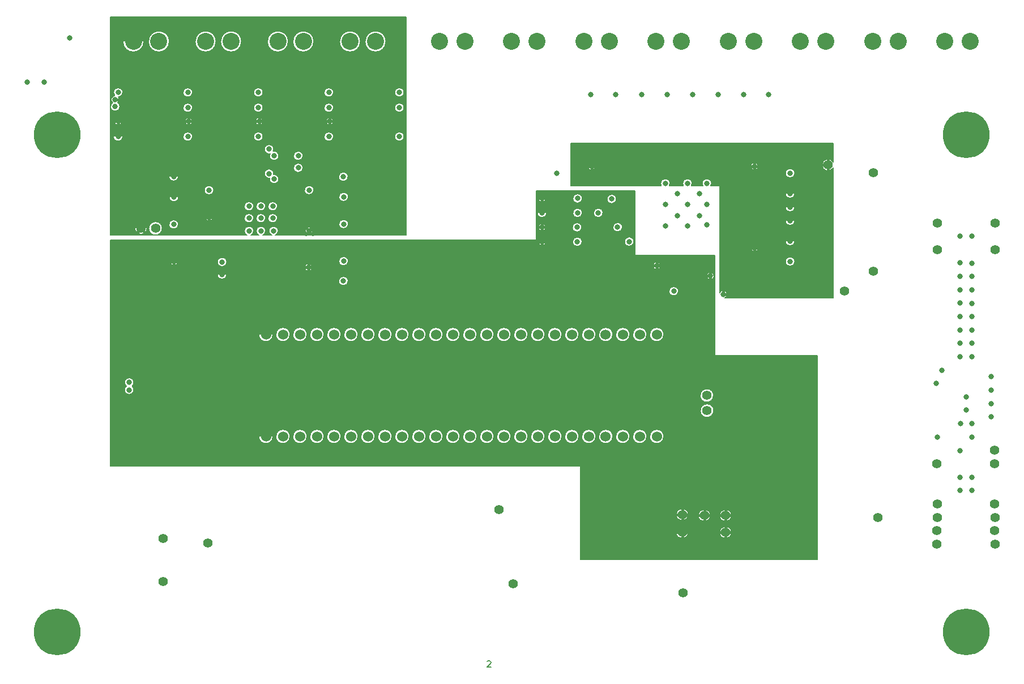
<source format=gbr>
%FSLAX23Y23*%
%MOIN*%
G04 EasyPC Gerber Version 17.0 Build 3379 *
%ADD10C,0.00500*%
%ADD22C,0.01500*%
%ADD70C,0.03200*%
%ADD19C,0.05600*%
%ADD13C,0.06000*%
%ADD76C,0.10000*%
%ADD12C,0.27500*%
X0Y0D02*
D02*
D10*
X593Y3898D02*
Y2613D01*
X1396*
G75*
G02X1380Y2638I11J25*
G01*
G75*
G02X1435I28*
G01*
G75*
G02X1419Y2613I-28*
G01*
X1466*
G75*
G02X1450Y2638I11J25*
G01*
G75*
G02X1505I28*
G01*
G75*
G02X1489Y2613I-28*
G01*
X1541*
G75*
G02X1525Y2638I11J25*
G01*
G75*
G02X1580I28*
G01*
G75*
G02X1564Y2613I-28*
G01*
X2333*
Y3898*
X593*
X606Y3393D02*
G75*
G02X617Y3435I14J19D01*
G01*
G75*
G02X610Y3453I21J18*
G01*
G75*
G02X665I28*
G01*
G75*
G02X640Y3426I-28*
G01*
G75*
G02X635Y3393I-19J-14*
G01*
G75*
G02X648Y3370I-14J-24*
G01*
G75*
G02X593I-28*
G01*
G75*
G02X606Y3393I28*
G01*
X610Y3193D02*
G75*
G02X665I28D01*
G01*
G75*
G02X610I-28*
G01*
X614Y3283D02*
G75*
G02X661I23D01*
G01*
G75*
G02X614I-23*
G01*
X666Y3753D02*
G75*
G02X789I62D01*
G01*
G75*
G02X666I-62*
G01*
X737Y2653D02*
G75*
G02X808I36D01*
G01*
G75*
G02X737I-36*
G01*
X816Y3753D02*
G75*
G02X939I62D01*
G01*
G75*
G02X816I-62*
G01*
X818Y2653D02*
G75*
G02X897I40D01*
G01*
G75*
G02X818I-40*
G01*
X937Y2676D02*
G75*
G02X992I28D01*
G01*
G75*
G02X937I-28*
G01*
Y2958D02*
G75*
G02X992I28D01*
G01*
G75*
G02X937I-28*
G01*
X939Y2837D02*
G75*
G02X994I28D01*
G01*
G75*
G02X939I-28*
G01*
X1020Y3193D02*
G75*
G02X1075I28D01*
G01*
G75*
G02X1020I-28*
G01*
Y3363D02*
G75*
G02X1075I28D01*
G01*
G75*
G02X1020I-28*
G01*
Y3453D02*
G75*
G02X1075I28D01*
G01*
G75*
G02X1020I-28*
G01*
X1029Y3283D02*
G75*
G02X1076I23D01*
G01*
G75*
G02X1029I-23*
G01*
X1091Y3753D02*
G75*
G02X1214I62D01*
G01*
G75*
G02X1091I-62*
G01*
X1145Y2878D02*
G75*
G02X1200I28D01*
G01*
G75*
G02X1145I-28*
G01*
X1149Y2718D02*
G75*
G02X1196I23D01*
G01*
G75*
G02X1149I-23*
G01*
X1241Y3753D02*
G75*
G02X1364I62D01*
G01*
G75*
G02X1241I-62*
G01*
X1380Y2713D02*
G75*
G02X1435I28D01*
G01*
G75*
G02X1380I-28*
G01*
Y2783D02*
G75*
G02X1435I28D01*
G01*
G75*
G02X1380I-28*
G01*
X1435Y3193D02*
G75*
G02X1490I28D01*
G01*
G75*
G02X1435I-28*
G01*
Y3363D02*
G75*
G02X1490I28D01*
G01*
G75*
G02X1435I-28*
G01*
Y3453D02*
G75*
G02X1490I28D01*
G01*
G75*
G02X1435I-28*
G01*
X1444Y3283D02*
G75*
G02X1491I23D01*
G01*
G75*
G02X1444I-23*
G01*
X1450Y2713D02*
G75*
G02X1505I28D01*
G01*
G75*
G02X1450I-28*
G01*
Y2783D02*
G75*
G02X1505I28D01*
G01*
G75*
G02X1450I-28*
G01*
X1516Y3753D02*
G75*
G02X1639I62D01*
G01*
G75*
G02X1516I-62*
G01*
X1520Y2713D02*
G75*
G02X1575I28D01*
G01*
G75*
G02X1520I-28*
G01*
Y2783D02*
G75*
G02X1575I28D01*
G01*
G75*
G02X1520I-28*
G01*
X1530Y2948D02*
G75*
G02X1498Y2975I-4J27D01*
G01*
G75*
G02X1553I28*
G01*
G75*
G02X1552Y2970I-27J0*
G01*
G75*
G02X1584Y2943I4J-27*
G01*
G75*
G02X1529I-28*
G01*
G75*
G02X1530Y2948I27J0*
G01*
X1532Y3092D02*
G75*
G02X1498Y3119I-6J27D01*
G01*
G75*
G02X1553I28*
G01*
G75*
G02X1550Y3107I-28J0*
G01*
G75*
G02X1584Y3080I6J-27*
G01*
G75*
G02X1529I-28*
G01*
G75*
G02X1532Y3092I28J0*
G01*
X1666Y3753D02*
G75*
G02X1789I62D01*
G01*
G75*
G02X1666I-62*
G01*
X1670Y3009D02*
G75*
G02X1725I28D01*
G01*
G75*
G02X1670I-28*
G01*
Y3080D02*
G75*
G02X1725I28D01*
G01*
G75*
G02X1670I-28*
G01*
X1734Y2878D02*
G75*
G02X1789I28D01*
G01*
G75*
G02X1734I-28*
G01*
X1738Y2638D02*
G75*
G02X1785I23D01*
G01*
G75*
G02X1738I-23*
G01*
X1850Y3193D02*
G75*
G02X1905I28D01*
G01*
G75*
G02X1850I-28*
G01*
Y3363D02*
G75*
G02X1905I28D01*
G01*
G75*
G02X1850I-28*
G01*
Y3453D02*
G75*
G02X1905I28D01*
G01*
G75*
G02X1850I-28*
G01*
X1859Y3283D02*
G75*
G02X1906I23D01*
G01*
G75*
G02X1859I-23*
G01*
X1936Y2957D02*
G75*
G02X1991I28D01*
G01*
G75*
G02X1936I-28*
G01*
X1937Y2678D02*
G75*
G02X1992I28D01*
G01*
G75*
G02X1937I-28*
G01*
Y2838D02*
G75*
G02X1992I28D01*
G01*
G75*
G02X1937I-28*
G01*
X1941Y3753D02*
G75*
G02X2064I62D01*
G01*
G75*
G02X1941I-62*
G01*
X2091D02*
G75*
G02X2214I62D01*
G01*
G75*
G02X2091I-62*
G01*
X2265Y3193D02*
G75*
G02X2320I28D01*
G01*
G75*
G02X2265I-28*
G01*
Y3363D02*
G75*
G02X2320I28D01*
G01*
G75*
G02X2265I-28*
G01*
Y3453D02*
G75*
G02X2320I28D01*
G01*
G75*
G02X2265I-28*
G01*
X593Y3411D02*
G36*
Y3363D01*
X594*
G75*
G02X593Y3370I27J6*
G01*
G75*
G02X606Y3393I28*
G01*
G75*
G02X597Y3411I14J19*
G01*
X593*
G37*
X597D02*
G36*
G75*
G02X617Y3435I23J1D01*
G01*
G75*
G02X610Y3453I21J18*
G01*
X593*
Y3411*
X597*
G37*
X644D02*
G36*
G75*
G02X635Y3393I-23J1D01*
G01*
G75*
G02X648Y3370I-14J-24*
G01*
G75*
G02X647Y3363I-28*
G01*
X1020*
G75*
G02X1075I28*
G01*
X1435*
G75*
G02X1490I28*
G01*
X1850*
G75*
G02X1905I28*
G01*
X2265*
G75*
G02X2320I28*
G01*
X2333*
Y3411*
X644*
G37*
X2333D02*
G36*
Y3453D01*
X2320*
G75*
G02X2265I-28*
G01*
X1905*
G75*
G02X1850I-28*
G01*
X1490*
G75*
G02X1435I-28*
G01*
X1075*
G75*
G02X1020I-28*
G01*
X665*
G75*
G02X640Y3426I-28*
G01*
G75*
G02X644Y3411I-19J-14*
G01*
X2333*
G37*
X593Y3193D02*
G36*
Y3099D01*
X1506*
G75*
G02X1498Y3119I20J19*
G01*
G75*
G02X1553I28*
G01*
G75*
G02X1550Y3107I-28J0*
G01*
G75*
G02X1576Y3099I6J-27*
G01*
X1678*
G75*
G02X1717I20J-19*
G01*
X2333*
Y3193*
X2320*
G75*
G02X2265I-28*
G01*
X1905*
G75*
G02X1850I-28*
G01*
X1490*
G75*
G02X1435I-28*
G01*
X1075*
G75*
G02X1020I-28*
G01*
X665*
G75*
G02X610I-28*
G01*
X593*
G37*
X610D02*
G36*
G75*
G02X665I28D01*
G01*
X1020*
G75*
G02X1075I28*
G01*
X1435*
G75*
G02X1490I28*
G01*
X1850*
G75*
G02X1905I28*
G01*
X2265*
G75*
G02X2320I28*
G01*
X2333*
Y3283*
X1906*
G75*
G02X1859I-23*
G01*
X1491*
G75*
G02X1444Y3283I-23J-1*
G01*
X1076Y3283*
G75*
G02X1029Y3283I-23J-1*
G01*
X661Y3283*
G75*
G02X614I-23*
G01*
X593*
Y3193*
X610*
G37*
X614Y3283D02*
G36*
G75*
G02X661I23D01*
G01*
X1029*
G75*
G02X1076I23J-1*
G01*
X1444*
G75*
G02X1491I23J-1*
G01*
X1859*
G75*
G02X1906I23*
G01*
X2333*
Y3363*
X2320*
G75*
G02X2265I-28*
G01*
X1905*
G75*
G02X1850I-28*
G01*
X1490*
G75*
G02X1435I-28*
G01*
X1075*
G75*
G02X1020I-28*
G01*
X647*
G75*
G02X594I-27J6*
G01*
X593*
Y3283*
X614*
G37*
X593Y3753D02*
G36*
Y3453D01*
X610*
G75*
G02X665I28*
G01*
X1020*
G75*
G02X1075I28*
G01*
X1435*
G75*
G02X1490I28*
G01*
X1850*
G75*
G02X1905I28*
G01*
X2265*
G75*
G02X2320I28*
G01*
X2333*
Y3753*
X2214*
G75*
G02X2091I-62*
G01*
X2064*
G75*
G02X1941I-62*
G01*
X1789*
G75*
G02X1666I-62*
G01*
X1639*
G75*
G02X1516I-62*
G01*
X1364*
G75*
G02X1241I-62*
G01*
X1214*
G75*
G02X1091I-62*
G01*
X939*
G75*
G02X816I-62*
G01*
X789*
G75*
G02X666I-62*
G01*
X593*
G37*
X666D02*
G36*
G75*
G02X789I62D01*
G01*
X816*
G75*
G02X939I62*
G01*
X1091*
G75*
G02X1214I62*
G01*
X1241*
G75*
G02X1364I62*
G01*
X1516*
G75*
G02X1639I62*
G01*
X1666*
G75*
G02X1789I62*
G01*
X1941*
G75*
G02X2064I62*
G01*
X2091*
G75*
G02X2214I62*
G01*
X2333*
Y3898*
X593*
Y3753*
X666*
G37*
X593Y2653D02*
G36*
Y2613D01*
X1396*
G75*
G02X1380Y2638I11J25*
G01*
G75*
G02X1384Y2653I28J0*
G01*
X980*
G75*
G02X950I-15J23*
G01*
X897*
G75*
G02X818I-40*
G01*
X808*
G75*
G02X737I-36*
G01*
X593*
G37*
X737D02*
G36*
G75*
G02X808I36D01*
G01*
X818*
G75*
G02X897I40*
G01*
X950*
G75*
G02X937Y2676I15J23*
G01*
G75*
G02X992I28*
G01*
G75*
G02X980Y2653I-28*
G01*
X1384*
G75*
G02X1435Y2638I23J-15*
G01*
G75*
G02X1419Y2613I-28*
G01*
X1466*
G75*
G02X1450Y2638I11J25*
G01*
G75*
G02X1505I28*
G01*
G75*
G02X1489Y2613I-28*
G01*
X1541*
G75*
G02X1525Y2638I11J25*
G01*
G75*
G02X1576Y2653I28*
G01*
X1743*
G75*
G02X1780I19J-14*
G01*
X1955*
G75*
G02X1937Y2678I10J26*
G01*
G75*
G02X1992I28*
G01*
G75*
G02X1975Y2653I-28*
G01*
X2333*
Y2718*
X1575*
G75*
G02X1575Y2713I-27J-5*
G01*
G75*
G02X1520I-28*
G01*
G75*
G02X1520Y2718I28J0*
G01*
X1505*
G75*
G02X1505Y2713I-27J-5*
G01*
G75*
G02X1450I-28*
G01*
G75*
G02X1450Y2718I28J0*
G01*
X1435*
G75*
G02X1435Y2713I-27J-5*
G01*
G75*
G02X1380I-28*
G01*
G75*
G02X1380Y2718I28J0*
G01*
X1196*
G75*
G02X1149I-23*
G01*
X593*
Y2653*
X737*
G37*
X1576D02*
G36*
G75*
G02X1580Y2638I-23J-15D01*
G01*
G75*
G02X1564Y2613I-28*
G01*
X2333*
Y2653*
X1975*
G75*
G02X1955I-10J26*
G01*
X1780*
G75*
G02X1785Y2638I-19J-14*
G01*
G75*
G02X1738I-23*
G01*
G75*
G02X1743Y2653I23*
G01*
X1576*
G37*
X593Y2958D02*
G36*
Y2878D01*
X1145*
G75*
G02X1200I28*
G01*
X1734*
Y2878*
G75*
G02X1789I28*
G01*
Y2878*
X2333*
Y2958*
X1991*
G75*
G02X1991Y2957I-27J-1*
G01*
G75*
G02X1936I-28*
G01*
G75*
G02X1936Y2958I27J0*
G01*
X1580*
G75*
G02X1584Y2943I-23J-15*
G01*
G75*
G02X1529I-28*
G01*
G75*
G02X1530Y2948I27J0*
G01*
G75*
G02X1504Y2958I-4J27*
G01*
X992*
G75*
G02X937I-28*
G01*
X593*
G37*
X937D02*
G36*
G75*
G02X992I28D01*
G01*
X1504*
G75*
G02X1498Y2975I21J17*
G01*
G75*
G02X1553I28*
G01*
G75*
G02X1552Y2970I-27J0*
G01*
G75*
G02X1580Y2958I4J-27*
G01*
X1936*
G75*
G02X1991I27J-1*
G01*
X2333*
Y3009*
X1725*
G75*
G02X1670I-28*
G01*
X593*
Y2958*
X937*
G37*
X593Y2837D02*
G36*
Y2783D01*
X1380*
G75*
G02X1435I28*
G01*
X1450*
G75*
G02X1505I28*
G01*
X1520*
G75*
G02X1575I28*
G01*
X2333*
Y2837*
X1992*
G75*
G02X1937I-27J1*
G01*
X994*
G75*
G02X939I-28*
G01*
X593*
G37*
X939D02*
G36*
G75*
G02X994I28D01*
G01*
X1937*
G75*
G02X1937Y2838I27J1*
G01*
G75*
G02X1992I28*
G01*
G75*
G02X1992Y2837I-28J0*
G01*
X2333*
Y2878*
X1789*
G75*
G02X1734I-28J0*
G01*
X1200*
G75*
G02X1145I-28*
G01*
X593*
Y2837*
X939*
G37*
X1149Y2718D02*
G36*
G75*
G02X1196I23D01*
G01*
X1380*
G75*
G02X1435I27J-5*
G01*
X1450*
G75*
G02X1505I27J-5*
G01*
X1520*
G75*
G02X1575I27J-5*
G01*
X2333*
Y2783*
X1575*
G75*
G02X1520I-28*
G01*
X1505*
G75*
G02X1450I-28*
G01*
X1435*
G75*
G02X1380I-28*
G01*
X593*
Y2718*
X1149*
G37*
X593Y3099D02*
G36*
Y3009D01*
X1670*
G75*
G02X1725I28*
G01*
X2333*
Y3099*
X1717*
G75*
G02X1725Y3080I-20J-19*
G01*
G75*
G02X1670I-28*
G01*
G75*
G02X1678Y3099I28*
G01*
X1576*
G75*
G02X1584Y3080I-20J-19*
G01*
G75*
G02X1529I-28*
G01*
G75*
G02X1532Y3092I28J0*
G01*
G75*
G02X1506Y3099I-6J27*
G01*
X593*
G37*
X2833Y69D02*
X2808D01*
X2830Y91*
X2833Y97*
X2830Y104*
X2824Y107*
X2815*
X2808Y104*
X3358Y703D02*
X4753D01*
Y1903*
X4148*
Y2493*
X3678*
Y2875*
X3099*
Y2583*
X593*
Y1253*
X3358*
Y703*
X686Y1724D02*
G75*
G02X675Y1746I17J22D01*
G01*
G75*
G02X730I28*
G01*
G75*
G02X720Y1724I-28J0*
G01*
G75*
G02X730Y1702I-17J-22*
G01*
G75*
G02X675I-28*
G01*
G75*
G02X686Y1724I28*
G01*
X943Y2457D02*
G75*
G02X990I23D01*
G01*
G75*
G02X943I-23*
G01*
X1222Y2381D02*
G75*
G02X1277I28D01*
G01*
G75*
G02X1222I-28*
G01*
Y2455D02*
G75*
G02X1277I28D01*
G01*
G75*
G02X1222I-28*
G01*
X1466Y1428D02*
G75*
G02X1549I42D01*
G01*
G75*
G02X1466I-42*
G01*
Y2028D02*
G75*
G02X1549I42D01*
G01*
G75*
G02X1466I-42*
G01*
X1566Y1428D02*
G75*
G02X1649I42D01*
G01*
G75*
G02X1566I-42*
G01*
Y2028D02*
G75*
G02X1649I42D01*
G01*
G75*
G02X1566I-42*
G01*
X1666Y1428D02*
G75*
G02X1749I42D01*
G01*
G75*
G02X1666I-42*
G01*
Y2028D02*
G75*
G02X1749I42D01*
G01*
G75*
G02X1666I-42*
G01*
X1734Y2423D02*
G75*
G02X1781I23D01*
G01*
G75*
G02X1734I-23*
G01*
X1766Y1428D02*
G75*
G02X1849I42D01*
G01*
G75*
G02X1766I-42*
G01*
Y2028D02*
G75*
G02X1849I42D01*
G01*
G75*
G02X1766I-42*
G01*
X1866Y1428D02*
G75*
G02X1949I42D01*
G01*
G75*
G02X1866I-42*
G01*
Y2028D02*
G75*
G02X1949I42D01*
G01*
G75*
G02X1866I-42*
G01*
X1936Y2343D02*
G75*
G02X1991I28D01*
G01*
G75*
G02X1936I-28*
G01*
X1937Y2460D02*
G75*
G02X1992I28D01*
G01*
G75*
G02X1937I-28*
G01*
X1966Y1428D02*
G75*
G02X2049I42D01*
G01*
G75*
G02X1966I-42*
G01*
Y2028D02*
G75*
G02X2049I42D01*
G01*
G75*
G02X1966I-42*
G01*
X2066Y1428D02*
G75*
G02X2149I42D01*
G01*
G75*
G02X2066I-42*
G01*
Y2028D02*
G75*
G02X2149I42D01*
G01*
G75*
G02X2066I-42*
G01*
X2166Y1428D02*
G75*
G02X2249I42D01*
G01*
G75*
G02X2166I-42*
G01*
Y2028D02*
G75*
G02X2249I42D01*
G01*
G75*
G02X2166I-42*
G01*
X2266Y1428D02*
G75*
G02X2349I42D01*
G01*
G75*
G02X2266I-42*
G01*
Y2028D02*
G75*
G02X2349I42D01*
G01*
G75*
G02X2266I-42*
G01*
X2366Y1428D02*
G75*
G02X2449I42D01*
G01*
G75*
G02X2366I-42*
G01*
Y2028D02*
G75*
G02X2449I42D01*
G01*
G75*
G02X2366I-42*
G01*
X2466Y1428D02*
G75*
G02X2549I42D01*
G01*
G75*
G02X2466I-42*
G01*
Y2028D02*
G75*
G02X2549I42D01*
G01*
G75*
G02X2466I-42*
G01*
X2566Y1428D02*
G75*
G02X2649I42D01*
G01*
G75*
G02X2566I-42*
G01*
Y2028D02*
G75*
G02X2649I42D01*
G01*
G75*
G02X2566I-42*
G01*
X2666Y1428D02*
G75*
G02X2749I42D01*
G01*
G75*
G02X2666I-42*
G01*
Y2028D02*
G75*
G02X2749I42D01*
G01*
G75*
G02X2666I-42*
G01*
X2766Y1428D02*
G75*
G02X2849I42D01*
G01*
G75*
G02X2766I-42*
G01*
Y2028D02*
G75*
G02X2849I42D01*
G01*
G75*
G02X2766I-42*
G01*
X2866Y1428D02*
G75*
G02X2949I42D01*
G01*
G75*
G02X2866I-42*
G01*
Y2028D02*
G75*
G02X2949I42D01*
G01*
G75*
G02X2866I-42*
G01*
X2966Y1428D02*
G75*
G02X3049I42D01*
G01*
G75*
G02X2966I-42*
G01*
Y2028D02*
G75*
G02X3049I42D01*
G01*
G75*
G02X2966I-42*
G01*
X3066Y1428D02*
G75*
G02X3149I42D01*
G01*
G75*
G02X3066I-42*
G01*
Y2028D02*
G75*
G02X3149I42D01*
G01*
G75*
G02X3066I-42*
G01*
X3105Y2744D02*
G75*
G02X3160I28D01*
G01*
G75*
G02X3105I-28*
G01*
X3109Y2574D02*
G75*
G02X3156I23D01*
G01*
G75*
G02X3109I-23*
G01*
Y2659D02*
G75*
G02X3156I23D01*
G01*
G75*
G02X3109I-23*
G01*
X3109Y2829D02*
G75*
G02X3156I23D01*
G01*
G75*
G02X3109I-23*
G01*
X3166Y1428D02*
G75*
G02X3249I42D01*
G01*
G75*
G02X3166I-42*
G01*
Y2028D02*
G75*
G02X3249I42D01*
G01*
G75*
G02X3166I-42*
G01*
X3266Y1428D02*
G75*
G02X3349I42D01*
G01*
G75*
G02X3266I-42*
G01*
Y2028D02*
G75*
G02X3349I42D01*
G01*
G75*
G02X3266I-42*
G01*
X3311Y2659D02*
G75*
G02X3366I28D01*
G01*
G75*
G02X3311I-28*
G01*
X3313Y2574D02*
G75*
G02X3368I28D01*
G01*
G75*
G02X3313I-28*
G01*
X3314Y2744D02*
G75*
G02X3369I28D01*
G01*
G75*
G02X3314I-28*
G01*
Y2829D02*
G75*
G02X3369I28D01*
G01*
G75*
G02X3314I-28*
G01*
X3366Y1428D02*
G75*
G02X3449I42D01*
G01*
G75*
G02X3366I-42*
G01*
Y2028D02*
G75*
G02X3449I42D01*
G01*
G75*
G02X3366I-42*
G01*
X3436Y2744D02*
G75*
G02X3491I28D01*
G01*
G75*
G02X3436I-28*
G01*
X3466Y1428D02*
G75*
G02X3549I42D01*
G01*
G75*
G02X3466I-42*
G01*
Y2028D02*
G75*
G02X3549I42D01*
G01*
G75*
G02X3466I-42*
G01*
X3515Y2826D02*
G75*
G02X3570I28D01*
G01*
G75*
G02X3515I-28*
G01*
X3550Y2660D02*
G75*
G02X3605I28D01*
G01*
G75*
G02X3550I-28*
G01*
X3566Y1428D02*
G75*
G02X3649I42D01*
G01*
G75*
G02X3566I-42*
G01*
Y2028D02*
G75*
G02X3649I42D01*
G01*
G75*
G02X3566I-42*
G01*
X3618Y2575D02*
G75*
G02X3673I28D01*
G01*
G75*
G02X3618I-28*
G01*
X3666Y1428D02*
G75*
G02X3749I42D01*
G01*
G75*
G02X3666I-42*
G01*
Y2028D02*
G75*
G02X3749I42D01*
G01*
G75*
G02X3666I-42*
G01*
X3766Y1428D02*
G75*
G02X3849I42D01*
G01*
G75*
G02X3766I-42*
G01*
Y2028D02*
G75*
G02X3849I42D01*
G01*
G75*
G02X3766I-42*
G01*
X3784Y2433D02*
G75*
G02X3831I23D01*
G01*
G75*
G02X3784I-23*
G01*
X3880Y2283D02*
G75*
G02X3935I28D01*
G01*
G75*
G02X3880I-28*
G01*
X3922Y863D02*
G75*
G02X3993I36D01*
G01*
G75*
G02X3922I-36*
G01*
Y968D02*
G75*
G02X3993I36D01*
G01*
G75*
G02X3922I-36*
G01*
X4052Y963D02*
G75*
G02X4123I36D01*
G01*
G75*
G02X4052I-36*
G01*
X4063Y1669D02*
G75*
G02X4142I40D01*
G01*
G75*
G02X4063I-40*
G01*
X4064Y1580D02*
G75*
G02X4143I40D01*
G01*
G75*
G02X4064I-40*
G01*
X4099Y2373D02*
G75*
G02X4146I23D01*
G01*
G75*
G02X4099I-23*
G01*
X4177Y863D02*
G75*
G02X4248I36D01*
G01*
G75*
G02X4177I-36*
G01*
Y963D02*
G75*
G02X4248I36D01*
G01*
G75*
G02X4177I-36*
G01*
X593Y1724D02*
G36*
Y1669D01*
X4063*
G75*
G02X4142I40*
G01*
X4753*
Y1724*
X720Y1724*
G75*
G02X730Y1702I-17J-22*
G01*
G75*
G02X675I-28*
G01*
G75*
G02X686Y1724I28*
G01*
X593Y1724*
G37*
X686Y1724D02*
G36*
G75*
G02X675Y1746I17J22D01*
G01*
G75*
G02X730I28*
G01*
G75*
G02X720Y1724I-28J0*
G01*
X4753Y1724*
Y1903*
X4148*
Y2028*
X3849*
G75*
G02X3766I-42*
G01*
X3749*
G75*
G02X3666I-42*
G01*
X3649*
G75*
G02X3566I-42*
G01*
X3549*
G75*
G02X3466I-42*
G01*
X3449*
G75*
G02X3366I-42*
G01*
X3349*
G75*
G02X3266I-42*
G01*
X3249*
G75*
G02X3166I-42*
G01*
X3149*
G75*
G02X3066I-42*
G01*
X3049*
G75*
G02X2966I-42*
G01*
X2949*
G75*
G02X2866I-42*
G01*
X2849*
G75*
G02X2766I-42*
G01*
X2749*
G75*
G02X2666I-42*
G01*
X2649*
G75*
G02X2566I-42*
G01*
X2549*
G75*
G02X2466I-42*
G01*
X2449*
G75*
G02X2366I-42*
G01*
X2349*
G75*
G02X2266I-42*
G01*
X2249*
G75*
G02X2166I-42*
G01*
X2149*
G75*
G02X2066I-42*
G01*
X2049*
G75*
G02X1966I-42*
G01*
X1949*
G75*
G02X1866I-42*
G01*
X1849*
G75*
G02X1766I-42*
G01*
X1749*
G75*
G02X1666I-42*
G01*
X1649*
G75*
G02X1566I-42*
G01*
X1549*
G75*
G02X1466I-42*
G01*
X593*
Y1724*
X686Y1724*
G37*
X593Y2457D02*
G36*
Y2423D01*
X1734*
G75*
G02X1781I23*
G01*
X3786*
G75*
G02X3784Y2433I21J10*
G01*
G75*
G02X3831I23*
G01*
G75*
G02X3829Y2423I-23J0*
G01*
X4148*
Y2457*
X1992*
G75*
G02X1937I-27J2*
G01*
X1277*
G75*
G02X1277Y2455I-27J-3*
G01*
G75*
G02X1222I-28*
G01*
G75*
G02X1222Y2457I28J0*
G01*
X990*
G75*
G02X943I-23*
G01*
X593*
G37*
X943D02*
G36*
G75*
G02X990I23D01*
G01*
X1222*
G75*
G02X1277I27J-2*
G01*
X1937*
G75*
G02X1937Y2460I27J3*
G01*
G75*
G02X1992I28*
G01*
G75*
G02X1992Y2457I-28J0*
G01*
X4148*
Y2493*
X3678*
Y2574*
X3673*
G75*
G02X3618I-28J0*
G01*
X3368*
G75*
G02X3313I-28*
G01*
X3156*
G75*
G02X3109I-23*
G01*
X593*
Y2457*
X943*
G37*
X593Y2381D02*
G36*
Y2343D01*
X1936*
G75*
G02X1991I28*
G01*
X4148*
Y2381*
X4144*
G75*
G02X4146Y2373I-22J-9*
G01*
G75*
G02X4099I-23*
G01*
G75*
G02X4101Y2381I23*
G01*
X1277*
G75*
G02X1222I-28*
G01*
X593*
G37*
X1222D02*
G36*
G75*
G02X1277I28D01*
G01*
X4101*
G75*
G02X4144I22J-9*
G01*
X4148*
Y2423*
X3829*
G75*
G02X3786I-21J10*
G01*
X1781*
G75*
G02X1734I-23*
G01*
X593*
Y2381*
X1222*
G37*
X593Y1428D02*
G36*
Y1253D01*
X3358*
Y968*
X3922*
G75*
G02X3993I36*
G01*
X4052*
G75*
G02X4123I35J-5*
G01*
X4177*
G75*
G02X4248I35J-5*
G01*
X4753*
Y1428*
X3849*
G75*
G02X3766I-42*
G01*
X3749*
G75*
G02X3666I-42*
G01*
X3649*
G75*
G02X3566I-42*
G01*
X3549*
G75*
G02X3466I-42*
G01*
X3449*
G75*
G02X3366I-42*
G01*
X3349*
G75*
G02X3266I-42*
G01*
X3249*
G75*
G02X3166I-42*
G01*
X3149*
G75*
G02X3066I-42*
G01*
X3049*
G75*
G02X2966I-42*
G01*
X2949*
G75*
G02X2866I-42*
G01*
X2849*
G75*
G02X2766I-42*
G01*
X2749*
G75*
G02X2666I-42*
G01*
X2649*
G75*
G02X2566I-42*
G01*
X2549*
G75*
G02X2466I-42*
G01*
X2449*
G75*
G02X2366I-42*
G01*
X2349*
G75*
G02X2266I-42*
G01*
X2249*
G75*
G02X2166I-42*
G01*
X2149*
G75*
G02X2066I-42*
G01*
X2049*
G75*
G02X1966I-42*
G01*
X1949*
G75*
G02X1866I-42*
G01*
X1849*
G75*
G02X1766I-42*
G01*
X1749*
G75*
G02X1666I-42*
G01*
X1649*
G75*
G02X1566I-42*
G01*
X1549*
G75*
G02X1466I-42*
G01*
X593*
G37*
X1466D02*
G36*
G75*
G02X1549I42D01*
G01*
X1566*
G75*
G02X1649I42*
G01*
X1666*
G75*
G02X1749I42*
G01*
X1766*
G75*
G02X1849I42*
G01*
X1866*
G75*
G02X1949I42*
G01*
X1966*
G75*
G02X2049I42*
G01*
X2066*
G75*
G02X2149I42*
G01*
X2166*
G75*
G02X2249I42*
G01*
X2266*
G75*
G02X2349I42*
G01*
X2366*
G75*
G02X2449I42*
G01*
X2466*
G75*
G02X2549I42*
G01*
X2566*
G75*
G02X2649I42*
G01*
X2666*
G75*
G02X2749I42*
G01*
X2766*
G75*
G02X2849I42*
G01*
X2866*
G75*
G02X2949I42*
G01*
X2966*
G75*
G02X3049I42*
G01*
X3066*
G75*
G02X3149I42*
G01*
X3166*
G75*
G02X3249I42*
G01*
X3266*
G75*
G02X3349I42*
G01*
X3366*
G75*
G02X3449I42*
G01*
X3466*
G75*
G02X3549I42*
G01*
X3566*
G75*
G02X3649I42*
G01*
X3666*
G75*
G02X3749I42*
G01*
X3766*
G75*
G02X3849I42*
G01*
X4753*
Y1580*
X4143*
G75*
G02X4064I-40*
G01*
X593*
Y1428*
X1466*
G37*
Y2028D02*
G36*
G75*
G02X1549I42D01*
G01*
X1566*
G75*
G02X1649I42*
G01*
X1666*
G75*
G02X1749I42*
G01*
X1766*
G75*
G02X1849I42*
G01*
X1866*
G75*
G02X1949I42*
G01*
X1966*
G75*
G02X2049I42*
G01*
X2066*
G75*
G02X2149I42*
G01*
X2166*
G75*
G02X2249I42*
G01*
X2266*
G75*
G02X2349I42*
G01*
X2366*
G75*
G02X2449I42*
G01*
X2466*
G75*
G02X2549I42*
G01*
X2566*
G75*
G02X2649I42*
G01*
X2666*
G75*
G02X2749I42*
G01*
X2766*
G75*
G02X2849I42*
G01*
X2866*
G75*
G02X2949I42*
G01*
X2966*
G75*
G02X3049I42*
G01*
X3066*
G75*
G02X3149I42*
G01*
X3166*
G75*
G02X3249I42*
G01*
X3266*
G75*
G02X3349I42*
G01*
X3366*
G75*
G02X3449I42*
G01*
X3466*
G75*
G02X3549I42*
G01*
X3566*
G75*
G02X3649I42*
G01*
X3666*
G75*
G02X3749I42*
G01*
X3766*
G75*
G02X3849I42*
G01*
X4148*
Y2283*
X3935*
G75*
G02X3880I-28*
G01*
X593*
Y2028*
X1466*
G37*
X593Y2343D02*
G36*
Y2283D01*
X3880*
G75*
G02X3935I28*
G01*
X4148*
Y2343*
X1991*
G75*
G02X1936I-28*
G01*
X593*
G37*
X3099Y2744D02*
G36*
Y2659D01*
X3109*
G75*
G02X3156I23*
G01*
X3311*
G75*
G02X3366I28J0*
G01*
X3550*
Y2660*
G75*
G02X3605I28*
G01*
Y2659*
X3678*
Y2744*
X3491*
G75*
G02X3436I-28J0*
G01*
X3369*
Y2744*
G75*
G02X3314I-28*
G01*
Y2744*
X3160*
G75*
G02X3105I-28*
G01*
X3099*
G37*
X3105D02*
G36*
G75*
G02X3160I28D01*
G01*
X3314*
G75*
G02X3369I28J0*
G01*
X3436*
Y2744*
G75*
G02X3491I28*
G01*
Y2744*
X3678*
Y2829*
X3569*
G75*
G02X3570Y2826I-27J-3*
G01*
G75*
G02X3515I-28*
G01*
G75*
G02X3515Y2829I27*
G01*
X3369*
Y2829*
G75*
G02X3314I-28*
G01*
Y2829*
X3156*
G75*
G02X3109I-23*
G01*
X3099*
Y2744*
X3105*
G37*
X3109Y2574D02*
G36*
G75*
G02X3156I23D01*
G01*
X3313*
G75*
G02X3368I28*
G01*
X3618*
Y2575*
G75*
G02X3673I28*
G01*
Y2574*
X3678*
Y2659*
X3605*
G75*
G02X3550I-28J0*
G01*
X3366*
Y2659*
G75*
G02X3311I-28*
G01*
Y2659*
X3156*
G75*
G02X3109I-23*
G01*
X3099*
Y2583*
X593*
Y2574*
X3109*
G37*
X3109Y2829D02*
G36*
G75*
G02X3156I23D01*
G01*
X3314*
G75*
G02X3369I28J0*
G01*
X3515*
G75*
G02X3569I27J-3*
G01*
X3678*
Y2875*
X3099*
Y2829*
X3109*
G37*
X3358Y863D02*
G36*
Y703D01*
X4753*
Y863*
X4248*
G75*
G02X4177I-36*
G01*
X3993*
G75*
G02X3922I-36*
G01*
X3358*
G37*
X3922D02*
G36*
G75*
G02X3993I36D01*
G01*
X4177*
G75*
G02X4248I36*
G01*
X4753*
Y968*
X4248*
G75*
G02X4248Y963I-35J-5*
G01*
G75*
G02X4177I-36*
G01*
G75*
G02X4177Y968I36J0*
G01*
X4123*
G75*
G02X4123Y963I-35J-5*
G01*
G75*
G02X4052I-36*
G01*
G75*
G02X4052Y968I36J0*
G01*
X3993*
G75*
G02X3922I-36*
G01*
X3358*
Y863*
X3922*
G37*
X593Y1669D02*
G36*
Y1580D01*
X4064*
G75*
G02X4143I40*
G01*
X4753*
Y1669*
X4142*
G75*
G02X4063I-40*
G01*
X593*
G37*
X3834Y2903D02*
G75*
G02X3830Y2918I23J15D01*
G01*
G75*
G02X3885I28*
G01*
G75*
G02X3881Y2903I-28J0*
G01*
X3964*
G75*
G02X3960Y2918I23J15*
G01*
G75*
G02X4015I28*
G01*
G75*
G02X4011Y2903I-28J0*
G01*
X4079*
G75*
G02X4075Y2918I23J15*
G01*
G75*
G02X4130I28*
G01*
G75*
G02X4126Y2903I-28J0*
G01*
X4178*
Y2274*
G75*
G02X4222Y2264I21J-10*
G01*
G75*
G02X4208Y2243I-23*
G01*
X4846*
Y3009*
G75*
G02X4780Y3026I-31J17*
G01*
G75*
G02X4846Y3044I36*
G01*
Y3153*
X3303*
Y2903*
X3834*
X3401Y3018D02*
G75*
G02X3448I23D01*
G01*
G75*
G02X3401I-23*
G01*
X4359Y2538D02*
G75*
G02X4406I23D01*
G01*
G75*
G02X4359I-23*
G01*
Y3018D02*
G75*
G02X4406I23D01*
G01*
G75*
G02X4359I-23*
G01*
X4565Y2458D02*
G75*
G02X4620I28D01*
G01*
G75*
G02X4565I-28*
G01*
Y2578D02*
G75*
G02X4620I28D01*
G01*
G75*
G02X4565I-28*
G01*
Y2698D02*
G75*
G02X4620I28D01*
G01*
G75*
G02X4565I-28*
G01*
Y2778D02*
G75*
G02X4620I28D01*
G01*
G75*
G02X4565I-28*
G01*
Y2858D02*
G75*
G02X4620I28D01*
G01*
G75*
G02X4565I-28*
G01*
Y2978D02*
G75*
G02X4620I28D01*
G01*
G75*
G02X4565I-28*
G01*
X3303Y3018D02*
G36*
Y2978D01*
X4565*
G75*
G02X4620I28*
G01*
X4846*
Y3009*
G75*
G02X4781Y3018I-31J17*
G01*
X4406*
Y3018*
G75*
G02X4359I-23*
G01*
Y3018*
X3448*
G75*
G02X3401I-23*
G01*
X3303*
G37*
X3401D02*
G36*
G75*
G02X3448I23D01*
G01*
X4359*
G75*
G02X4406I23J0*
G01*
X4781*
G75*
G02X4780Y3026I34J9*
G01*
G75*
G02X4846Y3044I36*
G01*
Y3153*
X3303*
Y3018*
X3401*
G37*
X4178Y2538D02*
G36*
Y2458D01*
X4565*
G75*
G02X4620I28*
G01*
X4846*
Y2538*
X4406*
G75*
G02X4359I-23*
G01*
X4178*
G37*
X4359D02*
G36*
G75*
G02X4406I23D01*
G01*
X4846*
Y2578*
X4620*
G75*
G02X4565I-28*
G01*
X4178*
Y2538*
X4359*
G37*
X4178Y2458D02*
G36*
Y2274D01*
G75*
G02X4222Y2264I21J-10*
G01*
G75*
G02X4208Y2243I-23*
G01*
X4846*
Y2458*
X4620*
G75*
G02X4565I-28*
G01*
X4178*
G37*
X4565Y2578D02*
G36*
G75*
G02X4620I28D01*
G01*
X4846*
Y2698*
X4620*
G75*
G02X4565I-28*
G01*
X4178*
Y2578*
X4565*
G37*
Y2698D02*
G36*
G75*
G02X4620I28D01*
G01*
X4846*
Y2778*
X4620*
G75*
G02X4565I-28*
G01*
X4178*
Y2698*
X4565*
G37*
Y2778D02*
G36*
G75*
G02X4620I28D01*
G01*
X4846*
Y2858*
X4620*
G75*
G02X4565I-28*
G01*
X4178*
Y2778*
X4565*
G37*
Y2858D02*
G36*
G75*
G02X4620I28D01*
G01*
X4846*
Y2978*
X4620*
G75*
G02X4565I-28*
G01*
X3303*
Y2903*
X3834*
G75*
G02X3830Y2918I23J15*
G01*
G75*
G02X3885I28*
G01*
G75*
G02X3881Y2903I-28J0*
G01*
X3964*
G75*
G02X3960Y2918I23J15*
G01*
G75*
G02X4015I28*
G01*
G75*
G02X4011Y2903I-28J0*
G01*
X4079*
G75*
G02X4075Y2918I23J15*
G01*
G75*
G02X4130I28*
G01*
G75*
G02X4126Y2903I-28J0*
G01*
X4178*
Y2858*
X4565*
G37*
D02*
D12*
X278Y278D03*
Y3203D03*
X5628Y278D03*
Y3203D03*
D02*
D13*
X1508Y1428D03*
Y2028D03*
X1608Y1428D03*
Y2028D03*
X1708Y1428D03*
Y2028D03*
X1808Y1428D03*
Y2028D03*
X1908Y1428D03*
Y2028D03*
X2008Y1428D03*
Y2028D03*
X2108Y1428D03*
Y2028D03*
X2208Y1428D03*
Y2028D03*
X2308Y1428D03*
Y2028D03*
X2408Y1428D03*
Y2028D03*
X2508Y1428D03*
Y2028D03*
X2608Y1428D03*
Y2028D03*
X2708Y1428D03*
Y2028D03*
X2808Y1428D03*
Y2028D03*
X2908Y1428D03*
Y2028D03*
X3008Y1428D03*
Y2028D03*
X3108Y1428D03*
Y2028D03*
X3208Y1428D03*
Y2028D03*
X3308Y1428D03*
Y2028D03*
X3408Y1428D03*
Y2028D03*
X3507Y1428D03*
Y2028D03*
X3608Y1428D03*
Y2028D03*
X3708Y1428D03*
Y2028D03*
X3808Y1428D03*
Y2028D03*
D02*
D19*
X773Y2653D03*
X858D03*
X903Y573D03*
Y828D03*
X1166Y799D03*
X2878Y998D03*
X2962Y560D03*
X3958Y863D03*
Y968D03*
X3964Y508D03*
X4088Y963D03*
X4102Y1669D03*
X4104Y1580D03*
X4213Y863D03*
Y963D03*
X4815Y3026D03*
X4912Y2283D03*
X5084Y2400D03*
Y2979D03*
X5108Y951D03*
X5457Y795D03*
Y874D03*
Y1267D03*
X5458Y952D03*
Y2527D03*
Y2685D03*
X5459Y1031D03*
X5797Y874D03*
Y1031D03*
Y1267D03*
Y1347D03*
X5799Y795D03*
Y952D03*
Y2527D03*
Y2685D03*
D02*
D70*
X102Y3515D03*
X202D03*
X352Y3775D03*
X620Y3370D03*
Y3412D03*
X638Y3193D03*
Y3283D03*
Y3453D03*
X703Y1702D03*
Y1746D03*
X965Y2676D03*
Y2958D03*
X966Y2837D03*
X966Y2457D03*
X1048Y3193D03*
Y3363D03*
Y3453D03*
X1053Y3283D03*
X1173Y2718D03*
Y2878D03*
X1249Y2381D03*
Y2455D03*
X1408Y2638D03*
Y2713D03*
Y2783D03*
X1463Y3193D03*
Y3363D03*
Y3453D03*
X1468Y3283D03*
X1478Y2638D03*
Y2713D03*
Y2783D03*
X1525Y2975D03*
Y3119D03*
X1548Y2713D03*
Y2783D03*
X1553Y2638D03*
X1557Y2943D03*
Y3080D03*
X1698Y3009D03*
Y3080D03*
X1758Y2423D03*
X1761Y2638D03*
Y2878D03*
X1878Y3193D03*
Y3363D03*
Y3453D03*
X1883Y3283D03*
X1963Y2343D03*
Y2957D03*
X1965Y2460D03*
Y2678D03*
Y2838D03*
X2293Y3193D03*
Y3363D03*
Y3453D03*
X3133Y2574D03*
Y2659D03*
Y2744D03*
X3133Y2829D03*
X3220Y2978D03*
X3339Y2659D03*
X3340Y2574D03*
X3341Y2744D03*
Y2829D03*
X3418Y3440D03*
X3425Y3018D03*
X3463Y2744D03*
X3542Y2826D03*
X3567Y3440D03*
X3577Y2660D03*
X3646Y2575D03*
X3718Y3440D03*
X3808Y2433D03*
X3858Y2668D03*
Y2793D03*
Y2918D03*
X3868Y3440D03*
X3908Y2283D03*
X3928Y2728D03*
Y2858D03*
X3988Y2668D03*
Y2793D03*
Y2918D03*
X4018Y3440D03*
X4058Y2728D03*
Y2858D03*
X4103Y2673D03*
Y2793D03*
Y2918D03*
X4122Y2373D03*
X4168Y3440D03*
X4199Y2264D03*
X4319Y3440D03*
X4383Y2538D03*
Y3018D03*
X4467Y3440D03*
X4593Y2458D03*
Y2578D03*
Y2698D03*
Y2778D03*
Y2858D03*
Y2978D03*
X5453Y1740D03*
X5458Y1425D03*
X5486Y1816D03*
X5591Y2369D03*
X5592Y2213D03*
Y2449D03*
X5593Y1188D03*
Y1345D03*
Y1976D03*
Y2054D03*
Y2133D03*
Y2291D03*
Y2606D03*
X5594Y1110D03*
Y1897D03*
X5595Y1503D03*
X5628Y1583D03*
X5629Y1661D03*
X5663Y1110D03*
Y1188D03*
Y1425D03*
Y1503D03*
Y1897D03*
Y1976D03*
Y2055D03*
Y2133D03*
Y2212D03*
Y2291D03*
Y2370D03*
Y2448D03*
Y2606D03*
X5775Y1543D03*
Y1621D03*
Y1700D03*
Y1780D03*
D02*
D22*
X629Y3412D02*
X649D01*
X629Y3283D02*
X609D01*
X638Y3275D02*
Y3255D01*
Y3292D02*
Y3312D01*
X646Y3283D02*
X666D01*
X758Y2638D02*
X744Y2624D01*
X758Y2667D02*
X744Y2681D01*
X787Y2638D02*
X801Y2624D01*
X787Y2667D02*
X801Y2681D01*
X958Y2457D02*
X938D01*
X966Y2449D02*
Y2429D01*
Y2466D02*
Y2486D01*
X975Y2457D02*
X995D01*
X1044Y3283D02*
X1024D01*
X1053Y3274D02*
Y3254D01*
Y3291D02*
Y3311D01*
X1061Y3283D02*
X1081D01*
X1164Y2718D02*
X1144D01*
X1173Y2709D02*
Y2689D01*
Y2726D02*
Y2746D01*
X1181Y2718D02*
X1201D01*
X1459Y3283D02*
X1439D01*
X1468Y3274D02*
Y3254D01*
Y3291D02*
Y3311D01*
X1476Y3283D02*
X1496D01*
X1749Y2423D02*
X1729D01*
X1755Y2632D02*
X1741Y2618D01*
X1755Y2644D02*
X1741Y2658D01*
X1758Y2414D02*
Y2394D01*
Y2431D02*
Y2451D01*
X1766Y2423D02*
X1786D01*
X1767Y2632D02*
X1781Y2618D01*
X1767Y2644D02*
X1781Y2658D01*
X1874Y3283D02*
X1854D01*
X1883Y3275D02*
Y3255D01*
Y3292D02*
Y3312D01*
X1891Y3283D02*
X1911D01*
X3124Y2574D02*
X3104D01*
X3124Y2659D02*
X3104D01*
X3124Y2829D02*
X3104D01*
X3133Y2566D02*
Y2546D01*
Y2583D02*
Y2603D01*
Y2651D02*
Y2631D01*
Y2668D02*
Y2688D01*
X3133Y2821D02*
Y2801D01*
Y2838D02*
Y2858D01*
X3141Y2574D02*
X3161D01*
X3141Y2659D02*
X3161D01*
X3141Y2829D02*
X3161D01*
X3416Y3018D02*
X3396D01*
X3425Y3009D02*
Y2989D01*
Y3026D02*
Y3046D01*
X3433Y3018D02*
X3453D01*
X3799Y2433D02*
X3779D01*
X3808Y2424D02*
Y2404D01*
Y2441D02*
Y2461D01*
X3816Y2433D02*
X3836D01*
X3937Y863D02*
X3917D01*
X3937Y968D02*
X3917D01*
X3958Y842D02*
Y822D01*
Y883D02*
Y903D01*
Y947D02*
Y927D01*
Y988D02*
Y1008D01*
X3978Y863D02*
X3998D01*
X3978Y968D02*
X3998D01*
X4067Y963D02*
X4047D01*
X4088Y942D02*
Y922D01*
Y983D02*
Y1003D01*
X4108Y963D02*
X4128D01*
X4114Y2373D02*
X4094D01*
X4122Y2364D02*
Y2344D01*
Y2381D02*
Y2401D01*
X4192Y863D02*
X4172D01*
X4192Y963D02*
X4172D01*
X4199Y2272D02*
Y2292D01*
X4207Y2264D02*
X4227D01*
X4213Y842D02*
Y822D01*
Y883D02*
Y903D01*
Y942D02*
Y922D01*
Y983D02*
Y1003D01*
X4233Y863D02*
X4253D01*
X4233Y963D02*
X4253D01*
X4374Y2538D02*
X4354D01*
X4374Y3018D02*
X4354D01*
X4383Y2529D02*
Y2509D01*
Y2546D02*
Y2566D01*
Y3009D02*
Y2989D01*
Y3026D02*
Y3046D01*
X4391Y2538D02*
X4411D01*
X4391Y3018D02*
X4411D01*
X4795Y3026D02*
X4775D01*
X4815Y3006D02*
Y2986D01*
Y3047D02*
Y3067D01*
D02*
D76*
X728Y3753D03*
X877D03*
X1153D03*
X1303D03*
X1578D03*
X1728D03*
X2003D03*
X2153D03*
X2528D03*
X2678D03*
X2953D03*
X3103D03*
X3378D03*
X3528D03*
X3803D03*
X3953D03*
X4228D03*
X4378D03*
X4653D03*
X4803D03*
X5078D03*
X5228D03*
X5503D03*
X5653D03*
X0Y0D02*
M02*

</source>
